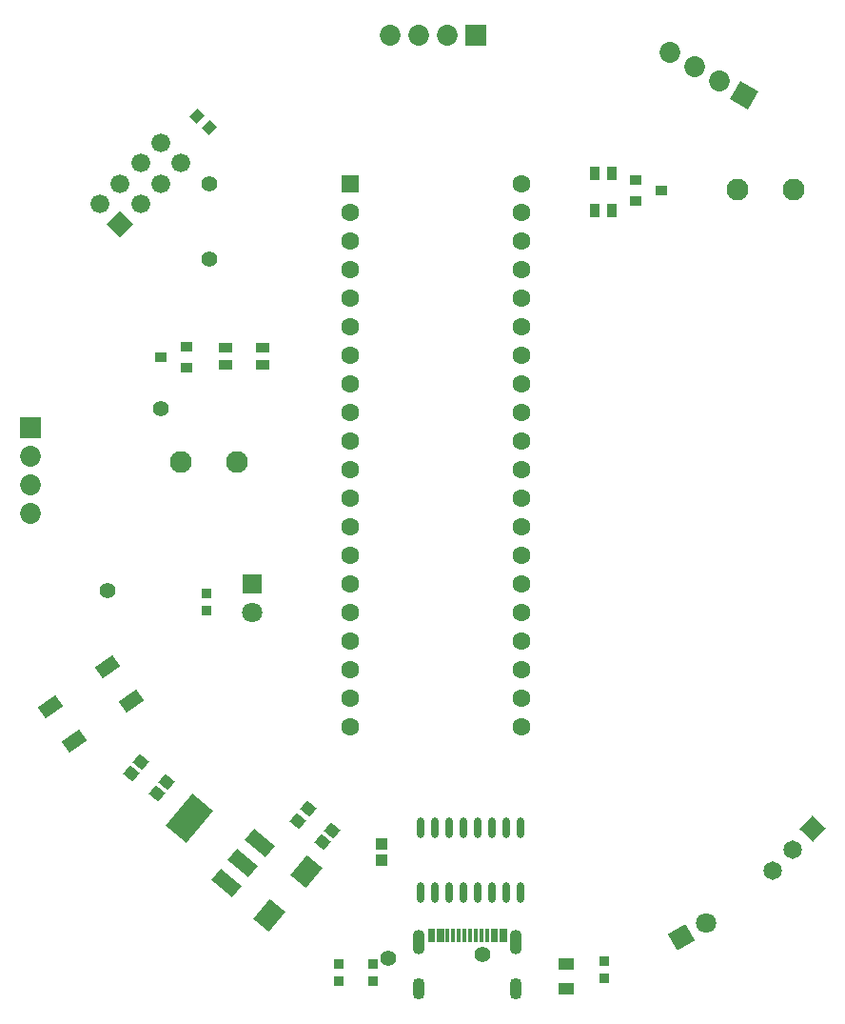
<source format=gts>
G04*
G04 #@! TF.GenerationSoftware,Altium Limited,Altium Designer,24.6.1 (21)*
G04*
G04 Layer_Color=8388736*
%FSLAX25Y25*%
%MOIN*%
G70*
G04*
G04 #@! TF.SameCoordinates,14203EA7-49FE-442F-A609-4801219AAA54*
G04*
G04*
G04 #@! TF.FilePolarity,Negative*
G04*
G01*
G75*
G04:AMPARAMS|DCode=28|XSize=90.61mil|YSize=70.93mil|CornerRadius=0mil|HoleSize=0mil|Usage=FLASHONLY|Rotation=230.000|XOffset=0mil|YOffset=0mil|HoleType=Round|Shape=Rectangle|*
%AMROTATEDRECTD28*
4,1,4,0.00196,0.05750,0.05629,0.01191,-0.00196,-0.05750,-0.05629,-0.01191,0.00196,0.05750,0.0*
%
%ADD28ROTATEDRECTD28*%

%ADD29O,0.02605X0.07270*%
%ADD30R,0.01575X0.04921*%
%ADD31R,0.04337X0.03550*%
%ADD32R,0.03553X0.04537*%
G04:AMPARAMS|DCode=33|XSize=74.87mil|YSize=47.31mil|CornerRadius=0mil|HoleSize=0mil|Usage=FLASHONLY|Rotation=35.000|XOffset=0mil|YOffset=0mil|HoleType=Round|Shape=Rectangle|*
%AMROTATEDRECTD33*
4,1,4,-0.01710,-0.04085,-0.04423,-0.00210,0.01710,0.04085,0.04423,0.00210,-0.01710,-0.04085,0.0*
%
%ADD33ROTATEDRECTD33*%

%ADD34R,0.03802X0.03575*%
G04:AMPARAMS|DCode=35|XSize=35.75mil|YSize=38.02mil|CornerRadius=0mil|HoleSize=0mil|Usage=FLASHONLY|Rotation=135.000|XOffset=0mil|YOffset=0mil|HoleType=Round|Shape=Rectangle|*
%AMROTATEDRECTD35*
4,1,4,0.02608,0.00080,-0.00080,-0.02608,-0.02608,-0.00080,0.00080,0.02608,0.02608,0.00080,0.0*
%
%ADD35ROTATEDRECTD35*%

%ADD36R,0.04537X0.03553*%
G04:AMPARAMS|DCode=37|XSize=145.8mil|YSize=94.61mil|CornerRadius=0mil|HoleSize=0mil|Usage=FLASHONLY|Rotation=50.000|XOffset=0mil|YOffset=0mil|HoleType=Round|Shape=Rectangle|*
%AMROTATEDRECTD37*
4,1,4,-0.01062,-0.08625,-0.08310,-0.02543,0.01062,0.08625,0.08310,0.02543,-0.01062,-0.08625,0.0*
%
%ADD37ROTATEDRECTD37*%

G04:AMPARAMS|DCode=38|XSize=51.31mil|YSize=94.61mil|CornerRadius=0mil|HoleSize=0mil|Usage=FLASHONLY|Rotation=50.000|XOffset=0mil|YOffset=0mil|HoleType=Round|Shape=Rectangle|*
%AMROTATEDRECTD38*
4,1,4,0.01975,-0.05006,-0.05273,0.01076,-0.01975,0.05006,0.05273,-0.01076,0.01975,-0.05006,0.0*
%
%ADD38ROTATEDRECTD38*%

G04:AMPARAMS|DCode=39|XSize=39.5mil|YSize=43.43mil|CornerRadius=0mil|HoleSize=0mil|Usage=FLASHONLY|Rotation=50.000|XOffset=0mil|YOffset=0mil|HoleType=Round|Shape=Rectangle|*
%AMROTATEDRECTD39*
4,1,4,0.00394,-0.02909,-0.02933,-0.00117,-0.00394,0.02909,0.02933,0.00117,0.00394,-0.02909,0.0*
%
%ADD39ROTATEDRECTD39*%

%ADD40R,0.04343X0.03950*%
%ADD41R,0.05321X0.04337*%
%ADD42P,0.10314X4X195.0*%
%ADD43C,0.07293*%
%ADD44R,0.07293X0.07293*%
%ADD45R,0.07293X0.07293*%
G04:AMPARAMS|DCode=46|XSize=70.93mil|YSize=66mil|CornerRadius=0mil|HoleSize=0mil|Usage=FLASHONLY|Rotation=30.000|XOffset=0mil|YOffset=0mil|HoleType=Round|Shape=Rectangle|*
%AMROTATEDRECTD46*
4,1,4,-0.01421,-0.04631,-0.04721,0.01085,0.01421,0.04631,0.04721,-0.01085,-0.01421,-0.04631,0.0*
%
%ADD46ROTATEDRECTD46*%

%ADD47C,0.07093*%
%ADD48C,0.06506*%
%ADD49P,0.09200X4X91.0*%
%ADD50O,0.04331X0.08662*%
%ADD51O,0.04331X0.07480*%
%ADD52C,0.07687*%
%ADD53P,0.09334X4X90.0*%
%ADD54C,0.06600*%
%ADD55C,0.06307*%
%ADD56R,0.06307X0.06307*%
%ADD57R,0.06600X0.07093*%
%ADD58C,0.05600*%
D28*
X-58508Y-131763D02*
D03*
X-71492Y-147237D02*
D03*
D29*
X-18500Y-116382D02*
D03*
X-3500Y-139000D02*
D03*
X6500D02*
D03*
X1500D02*
D03*
X-13500D02*
D03*
X-8500D02*
D03*
X-18500D02*
D03*
X11500D02*
D03*
X16500D02*
D03*
X-13500Y-116382D02*
D03*
X-8500D02*
D03*
X-3500D02*
D03*
X1500D02*
D03*
X6500D02*
D03*
X11500D02*
D03*
X16500D02*
D03*
D30*
X-15189Y-154159D02*
D03*
X-14008D02*
D03*
X-12039D02*
D03*
X-10858D02*
D03*
X-8890D02*
D03*
X-6921D02*
D03*
X-4953D02*
D03*
X-2984D02*
D03*
X-1016D02*
D03*
X953D02*
D03*
X2921D02*
D03*
X4890D02*
D03*
X6858D02*
D03*
X8039D02*
D03*
X10008D02*
D03*
X11189D02*
D03*
D31*
X56972Y102760D02*
D03*
X66028Y106500D02*
D03*
X56972Y110240D02*
D03*
X-100274Y44547D02*
D03*
X-109329Y48287D02*
D03*
X-100274Y52027D02*
D03*
D32*
X48500Y99500D02*
D03*
X42595D02*
D03*
Y112500D02*
D03*
X48500D02*
D03*
D33*
X-148175Y-74035D02*
D03*
X-128180Y-60034D02*
D03*
X-139820Y-85966D02*
D03*
X-119825Y-71965D02*
D03*
D34*
X-35000Y-169966D02*
D03*
Y-164034D02*
D03*
X-93500Y-34500D02*
D03*
Y-40432D02*
D03*
X46000Y-168966D02*
D03*
Y-163034D02*
D03*
X-47000Y-164034D02*
D03*
Y-169966D02*
D03*
D35*
X-92403Y128403D02*
D03*
X-96597Y132597D02*
D03*
D36*
X-73802Y51569D02*
D03*
X-86802Y45663D02*
D03*
X-73802D02*
D03*
X-86802Y51569D02*
D03*
D37*
X-99346Y-113158D02*
D03*
D38*
X-80654Y-128842D02*
D03*
X-74834Y-121905D02*
D03*
X-86475Y-135779D02*
D03*
D39*
X-107228Y-100389D02*
D03*
X-116228Y-93389D02*
D03*
X-52772Y-121611D02*
D03*
X-61272Y-114111D02*
D03*
X-49228Y-117389D02*
D03*
X-57728Y-109889D02*
D03*
X-110771Y-104611D02*
D03*
X-119771Y-97611D02*
D03*
D40*
X-32000Y-127756D02*
D03*
Y-122244D02*
D03*
D41*
X32500Y-164169D02*
D03*
Y-172831D02*
D03*
D42*
X94820Y140000D02*
D03*
D43*
X86160Y145000D02*
D03*
X77500Y150000D02*
D03*
X68840Y155000D02*
D03*
X-9000Y161000D02*
D03*
X-19000D02*
D03*
X-29000D02*
D03*
X-155000Y13500D02*
D03*
Y3500D02*
D03*
Y-6500D02*
D03*
D44*
X1000Y161000D02*
D03*
D45*
X-155000Y23500D02*
D03*
D46*
X73056Y-154853D02*
D03*
D47*
X81716Y-149853D02*
D03*
X-77500Y-41000D02*
D03*
D48*
X111927Y-124097D02*
D03*
X104980Y-131291D02*
D03*
D49*
X118873Y-116904D02*
D03*
D50*
X-19008Y-156384D02*
D03*
X15008D02*
D03*
D51*
X-19008Y-172841D02*
D03*
X15008D02*
D03*
D52*
X92658Y107000D02*
D03*
X112343D02*
D03*
X-82657Y11500D02*
D03*
X-102342D02*
D03*
D53*
X-123571Y94858D02*
D03*
D54*
X-130642Y101929D02*
D03*
X-116500D02*
D03*
X-123571Y109000D02*
D03*
X-109429D02*
D03*
X-116500Y116071D02*
D03*
X-102358D02*
D03*
X-109429Y123142D02*
D03*
D55*
X-43000Y-41000D02*
D03*
Y-31000D02*
D03*
X17000Y69000D02*
D03*
Y-41000D02*
D03*
X-43000Y-1000D02*
D03*
Y19000D02*
D03*
Y39000D02*
D03*
Y49000D02*
D03*
Y59000D02*
D03*
X17000Y79000D02*
D03*
X-43000Y69000D02*
D03*
X17000Y109000D02*
D03*
Y-21000D02*
D03*
Y-31000D02*
D03*
Y99000D02*
D03*
Y89000D02*
D03*
Y59000D02*
D03*
Y49000D02*
D03*
Y39000D02*
D03*
Y29000D02*
D03*
Y19000D02*
D03*
Y9000D02*
D03*
Y-1000D02*
D03*
Y-11000D02*
D03*
Y-51000D02*
D03*
Y-61000D02*
D03*
Y-71000D02*
D03*
Y-81000D02*
D03*
X-43000D02*
D03*
Y-71000D02*
D03*
Y-61000D02*
D03*
Y-51000D02*
D03*
Y-21000D02*
D03*
Y-11000D02*
D03*
Y9000D02*
D03*
Y29000D02*
D03*
Y79000D02*
D03*
Y89000D02*
D03*
Y99000D02*
D03*
D56*
Y109000D02*
D03*
D57*
X-77500Y-31000D02*
D03*
D58*
X-92403Y82500D02*
D03*
Y109000D02*
D03*
X-128180Y-33600D02*
D03*
X-109300Y30200D02*
D03*
X-29700Y-162000D02*
D03*
X3400Y-160800D02*
D03*
M02*

</source>
